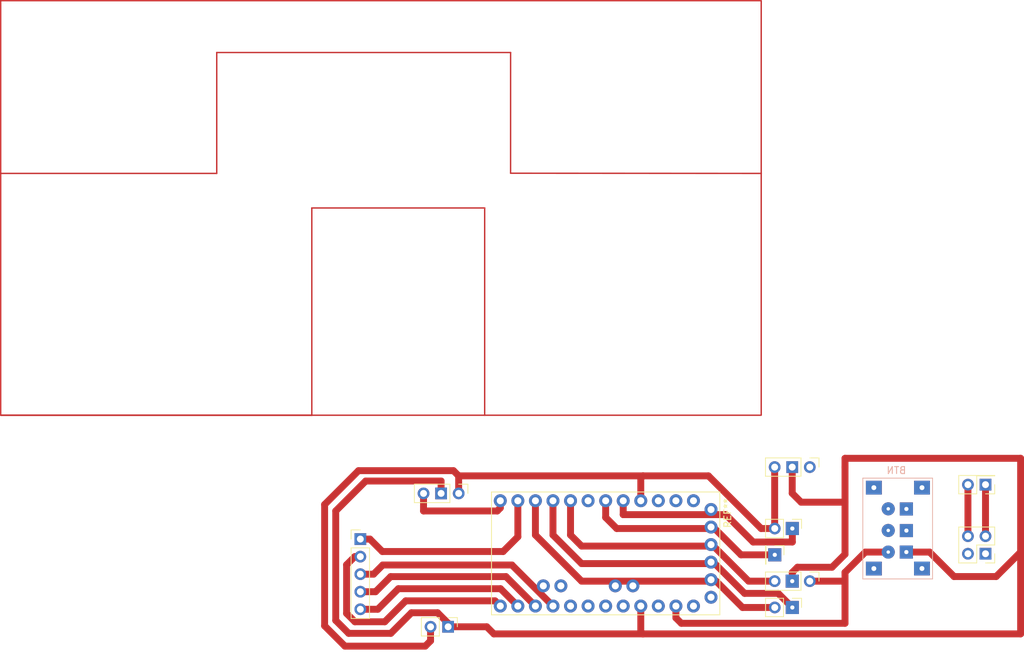
<source format=kicad_pcb>
(kicad_pcb (version 20211014) (generator pcbnew)
  (layers (0 "F.Cu" signal) (31 "B.Cu" signal) (34 "B.Paste" user) (35 "F.Paste" user) (36 "B.SilkS" user "B.Silkscreen") (37 "F.SilkS" user "F.Silkscreen") (38 "B.Mask" user) (39 "F.Mask" user) (44 "Edge.Cuts" user))
  (net 0 "")
  (footprint "Connector_PinHeader_2.54mm:PinHeader_1x05_P2.54mm_Vertical" (layer "F.Cu") (at 64.517076 90.42912)
    (fp_text reference "" (at 0 -2.33) (layer "F.SilkS"))
    (fp_text value "POWERS")
    (fp_line (start -1.33 -1.33) (end 0 -1.33) (layer "F.SilkS") (width 0.12))
    (fp_line (start -1.33 1.27) (end -1.33 11.49) (layer "F.SilkS") (width 0.12))
    (fp_line (start 1.33 1.27) (end 1.33 11.49) (layer "F.SilkS") (width 0.12))
    (fp_line (start -1.33 0) (end -1.33 -1.33) (layer "F.SilkS") (width 0.12))
    (fp_line (start -1.33 11.49) (end 1.33 11.49) (layer "F.SilkS") (width 0.12))
    (fp_line (start -1.33 1.27) (end 1.33 1.27) (layer "F.SilkS") (width 0.12))
    (pad "1" thru_hole rect (at 0 0) (size 1.7 1.7) (drill 1) (layers *.Cu *.Mask))
    (pad "2" thru_hole oval (at 0 2.54) (size 1.7 1.7) (drill 1) (layers *.Cu *.Mask))
    (pad "3" thru_hole oval (at 0 5.08) (size 1.7 1.7) (drill 1) (layers *.Cu *.Mask))
    (pad "4" thru_hole oval (at 0 7.62) (size 1.7 1.7) (drill 1) (layers *.Cu *.Mask))
    (pad "5" thru_hole oval (at 0 10.16) (size 1.7 1.7) (drill 1) (layers *.Cu *.Mask))
  )
  (footprint "Connector_PinHeader_2.54mm:PinHeader_1x02_P2.54mm_Vertical" (layer "F.Cu") (at 127 100.33 -90)
    (fp_text reference "" (at 0 -2.33 -90) (layer "F.SilkS"))
    (fp_text value "Horn")
    (fp_line (start -1.33 1.27) (end 1.33 1.27) (layer "F.SilkS") (width 0.12))
    (fp_line (start -1.33 3.87) (end 1.33 3.87) (layer "F.SilkS") (width 0.12))
    (fp_line (start 1.33 1.27) (end 1.33 3.87) (layer "F.SilkS") (width 0.12))
    (fp_line (start -1.33 1.27) (end -1.33 3.87) (layer "F.SilkS") (width 0.12))
    (fp_line (start -1.33 -1.33) (end 0 -1.33) (layer "F.SilkS") (width 0.12))
    (fp_line (start -1.33 0) (end -1.33 -1.33) (layer "F.SilkS") (width 0.12))
    (pad "1" thru_hole rect (at 0 0 270) (size 1.9 1.9) (drill 0.6) (layers *.Cu *.Mask))
    (pad "2" thru_hole oval (at 0 2.54 270) (size 1.7 1.7) (drill 1) (layers *.Cu *.Mask))
  )
  (footprint "Connector_PinHeader_2.54mm:PinHeader_1x03_P2.54mm_Vertical" (layer "F.Cu") (at 129.525 96.52 -90)
    (fp_text reference "" (at 0 -2.33 -90) (layer "F.SilkS"))
    (fp_text value "Led")
    (fp_line (start -1.33 1.27) (end -1.33 6.41) (layer "F.SilkS") (width 0.12))
    (fp_line (start -1.33 -1.33) (end 0 -1.33) (layer "F.SilkS") (width 0.12))
    (fp_line (start -1.33 1.27) (end 1.33 1.27) (layer "F.SilkS") (width 0.12))
    (fp_line (start -1.33 6.41) (end 1.33 6.41) (layer "F.SilkS") (width 0.12))
    (fp_line (start -1.33 0) (end -1.33 -1.33) (layer "F.SilkS") (width 0.12))
    (fp_line (start 1.33 1.27) (end 1.33 6.41) (layer "F.SilkS") (width 0.12))
    (pad "1" thru_hole oval (at 0 0 270) (size 1.7 1.7) (drill 1) (layers *.Cu *.Mask))
    (pad "2" thru_hole rect (at 0 2.54 270) (size 1.9 1.9) (drill 0.6) (layers *.Cu *.Mask))
    (pad "3" thru_hole oval (at 0 5.08 270) (size 1.7 1.7) (drill 1) (layers *.Cu *.Mask))
  )
  (footprint "Connector_PinHeader_2.54mm:PinHeader_1x01_P2.54mm_Vertical" (layer "F.Cu") (at 124.46 92.71 -90)
    (fp_text reference "" (at 0 -2.33 -90) (layer "F.SilkS"))
    (fp_text value "Accel")
    (fp_line (start -1.33 1.27) (end 1.33 1.27) (layer "F.SilkS") (width 0.12))
    (fp_line (start -1.33 -1.33) (end 0 -1.33) (layer "F.SilkS") (width 0.12))
    (fp_line (start 1.33 1.27) (end 1.33 1.33) (layer "F.SilkS") (width 0.12))
    (fp_line (start -1.33 0) (end -1.33 -1.33) (layer "F.SilkS") (width 0.12))
    (fp_line (start -1.33 1.27) (end -1.33 1.33) (layer "F.SilkS") (width 0.12))
    (fp_line (start -1.33 1.33) (end 1.33 1.33) (layer "F.SilkS") (width 0.12))
    (pad "1" thru_hole rect (at 0 0 270) (size 1.9 1.9) (drill 0.6) (layers *.Cu *.Mask))
  )
  (footprint "Connector_PinHeader_2.54mm:PinHeader_2x02_P2.54mm_Vertical" (layer "F.Cu") (at 154.94 92.55 180)
    (fp_text reference "" (at 1.27 -2.33 180) (layer "F.SilkS"))
    (fp_text value "POWERS")
    (fp_line (start -1.33 3.87) (end 3.87 3.87) (layer "F.SilkS") (width 0.12))
    (fp_line (start 3.87 -1.33) (end 3.87 3.87) (layer "F.SilkS") (width 0.12))
    (fp_line (start 1.27 1.27) (end 1.27 -1.33) (layer "F.SilkS") (width 0.12))
    (fp_line (start -1.33 1.27) (end 1.27 1.27) (layer "F.SilkS") (width 0.12))
    (fp_line (start -1.33 -1.33) (end 0 -1.33) (layer "F.SilkS") (width 0.12))
    (fp_line (start -1.33 1.27) (end -1.33 3.87) (layer "F.SilkS") (width 0.12))
    (fp_line (start 1.27 -1.33) (end 3.87 -1.33) (layer "F.SilkS") (width 0.12))
    (fp_line (start -1.33 0) (end -1.33 -1.33) (layer "F.SilkS") (width 0.12))
    (pad "1" thru_hole rect (at 0 0 180) (size 1.7 1.7) (drill 1) (layers *.Cu *.Mask))
    (pad "2" thru_hole oval (at 2.54 0 180) (size 1.7 1.7) (drill 1) (layers *.Cu *.Mask))
    (pad "3" thru_hole oval (at 0 2.54 180) (size 1.7 1.7) (drill 1) (layers *.Cu *.Mask))
    (pad "4" thru_hole oval (at 2.54 2.54 180) (size 1.7 1.7) (drill 1) (layers *.Cu *.Mask))
  )
  (footprint "Connector_PinHeader_2.54mm:PinHeader_1x03_P2.54mm_Vertical" (layer "F.Cu") (at 78.74 83.82 -90)
    (fp_text reference "" (at 0 -2.33 -90) (layer "F.SilkS"))
    (fp_text value "POWERS")
    (fp_line (start -1.33 1.27) (end 1.33 1.27) (layer "F.SilkS") (width 0.12))
    (fp_line (start -1.33 1.27) (end -1.33 6.41) (layer "F.SilkS") (width 0.12))
    (fp_line (start -1.33 -1.33) (end 0 -1.33) (layer "F.SilkS") (width 0.12))
    (fp_line (start -1.33 6.41) (end 1.33 6.41) (layer "F.SilkS") (width 0.12))
    (fp_line (start -1.33 0) (end -1.33 -1.33) (layer "F.SilkS") (width 0.12))
    (fp_line (start 1.33 1.27) (end 1.33 6.41) (layer "F.SilkS") (width 0.12))
    (pad "1" thru_hole oval (at 0 0 270) (size 1.7 1.7) (drill 1) (layers *.Cu *.Mask))
    (pad "2" thru_hole rect (at 0 2.54 270) (size 1.7 1.7) (drill 1) (layers *.Cu *.Mask))
    (pad "3" thru_hole oval (at 0 5.08 270) (size 1.7 1.7) (drill 1) (layers *.Cu *.Mask))
  )
  (footprint "Connector_PinHeader_2.54mm:PinHeader_1x02_P2.54mm_Vertical" (layer "F.Cu") (at 77.216 103.124 -90)
    (fp_text reference "" (at 0 -2.33 90) (layer "F.SilkS"))
    (fp_text value "POWERS")
    (fp_line (start 1.33 1.27) (end 1.33 3.87) (layer "F.SilkS") (width 0.12))
    (fp_line (start -1.33 1.27) (end 1.33 1.27) (layer "F.SilkS") (width 0.12))
    (fp_line (start -1.33 0) (end -1.33 -1.33) (layer "F.SilkS") (width 0.12))
    (fp_line (start -1.33 -1.33) (end 0 -1.33) (layer "F.SilkS") (width 0.12))
    (fp_line (start -1.33 1.27) (end -1.33 3.87) (layer "F.SilkS") (width 0.12))
    (fp_line (start -1.33 3.87) (end 1.33 3.87) (layer "F.SilkS") (width 0.12))
    (pad "1" thru_hole rect (at 0 0 270) (size 1.7 1.7) (drill 1) (layers *.Cu *.Mask))
    (pad "2" thru_hole oval (at 0 2.54 270) (size 1.7 1.7) (drill 1) (layers *.Cu *.Mask))
  )
  (footprint "Connector_PinHeader_2.54mm:PinHeader_2x01_P2.54mm_Vertical" (layer "F.Cu") (at 154.94 82.55 180)
    (fp_text reference "" (at 1.27 -2.33) (layer "F.SilkS"))
    (fp_text value "POWERS")
    (fp_line (start -1.33 -1.33) (end 0 -1.33) (layer "F.SilkS") (width 0.12))
    (fp_line (start 1.27 -1.33) (end 3.87 -1.33) (layer "F.SilkS") (width 0.12))
    (fp_line (start -1.33 0) (end -1.33 -1.33) (layer "F.SilkS") (width 0.12))
    (fp_line (start -1.33 1.33) (end 3.87 1.33) (layer "F.SilkS") (width 0.12))
    (fp_line (start 3.87 -1.33) (end 3.87 1.33) (layer "F.SilkS") (width 0.12))
    (fp_line (start -1.33 1.27) (end -1.33 1.33) (layer "F.SilkS") (width 0.12))
    (fp_line (start -1.33 1.27) (end 1.27 1.27) (layer "F.SilkS") (width 0.12))
    (fp_line (start 1.27 1.27) (end 1.27 -1.33) (layer "F.SilkS") (width 0.12))
    (pad "1" thru_hole rect (at 0 0 180) (size 1.7 1.7) (drill 1) (layers *.Cu *.Mask))
    (pad "2" thru_hole oval (at 2.54 0 180) (size 1.7 1.7) (drill 1) (layers *.Cu *.Mask))
  )
  (footprint "Connector_PinHeader_2.54mm:PinHeader_1x03_P2.54mm_Vertical" (layer "F.Cu") (at 129.525 80.01 -90)
    (fp_text reference "" (at 0 -2.33 -90) (layer "F.SilkS"))
    (fp_text value "Servo")
    (fp_line (start -1.33 6.41) (end 1.33 6.41) (layer "F.SilkS") (width 0.12))
    (fp_line (start 1.33 1.27) (end 1.33 6.41) (layer "F.SilkS") (width 0.12))
    (fp_line (start -1.33 0) (end -1.33 -1.33) (layer "F.SilkS") (width 0.12))
    (fp_line (start -1.33 1.27) (end -1.33 6.41) (layer "F.SilkS") (width 0.12))
    (fp_line (start -1.33 1.27) (end 1.33 1.27) (layer "F.SilkS") (width 0.12))
    (fp_line (start -1.33 -1.33) (end 0 -1.33) (layer "F.SilkS") (width 0.12))
    (pad "1" thru_hole oval (at 0 0 270) (size 1.7 1.7) (drill 1) (layers *.Cu *.Mask))
    (pad "2" thru_hole rect (at 0 2.54 270) (size 1.7 1.7) (drill 1) (layers *.Cu *.Mask))
    (pad "3" thru_hole oval (at 0 5.08 270) (size 1.7 1.7) (drill 1) (layers *.Cu *.Mask))
  )
  (footprint "Arduino pro mini:MODULE_ARDUINO_PRO_MINI" (layer "F.Cu") (at 100 92.5 -90)
    (fp_text reference "REF**" (at -5.825 -17.635 90) (layer "F.SilkS"))
    (fp_text value "MODULE_ARDUINO_PRO_MINI")
    (fp_line (start -8.89 -16.51) (end -8.89 16.51) (layer "F.SilkS") (width 0.127))
    (fp_line (start 8.89 16.51) (end 8.89 -16.51) (layer "F.SilkS") (width 0.127))
    (fp_line (start 8.89 -16.51) (end -8.89 -16.51) (layer "F.SilkS") (width 0.127))
    (fp_line (start -8.89 16.51) (end 8.89 16.51) (layer "F.SilkS") (width 0.127))
    (pad "2" thru_hole circle (at -7.62 -2.54 270) (size 1.8796 1.8796) (drill 1.016) (layers *.Cu *.Mask))
    (pad "3" thru_hole circle (at -7.62 0 270) (size 1.8796 1.8796) (drill 1.016) (layers *.Cu *.Mask))
    (pad "4" thru_hole circle (at -7.62 2.54 270) (size 1.8796 1.8796) (drill 1.016) (layers *.Cu *.Mask))
    (pad "5" thru_hole circle (at -7.62 5.08 270) (size 1.8796 1.8796) (drill 1.016) (layers *.Cu *.Mask))
    (pad "6" thru_hole circle (at -7.62 7.62 270) (size 1.8796 1.8796) (drill 1.016) (layers *.Cu *.Mask))
    (pad "7" thru_hole circle (at -7.62 10.16 270) (size 1.8796 1.8796) (drill 1.016) (layers *.Cu *.Mask))
    (pad "8" thru_hole circle (at -7.62 12.7 270) (size 1.8796 1.8796) (drill 1.016) (layers *.Cu *.Mask))
    (pad "9" thru_hole circle (at -7.62 15.24 270) (size 1.8796 1.8796) (drill 1.016) (layers *.Cu *.Mask))
    (pad "10" thru_hole circle (at 7.62 15.24 270) (size 1.8796 1.8796) (drill 1.016) (layers *.Cu *.Mask))
    (pad "11" thru_hole circle (at 7.62 12.7 270) (size 1.8796 1.8796) (drill 1.016) (layers *.Cu *.Mask))
    (pad "12" thru_hole circle (at 7.62 10.16 270) (size 1.8796 1.8796) (drill 1.016) (layers *.Cu *.Mask))
    (pad "13" thru_hole circle (at 7.62 7.62 270) (size 1.8796 1.8796) (drill 1.016) (layers *.Cu *.Mask))
    (pad "A0" thru_hole circle (at 7.62 5.08 270) (size 1.8796 1.8796) (drill 1.016) (layers *.Cu *.Mask))
    (pad "A1" thru_hole circle (at 7.62 2.54 270) (size 1.8796 1.8796) (drill 1.016) (layers *.Cu *.Mask))
    (pad "A2" thru_hole circle (at 7.62 0 270) (size 1.8796 1.8796) (drill 1.016) (layers *.Cu *.Mask))
    (pad "A3" thru_hole circle (at 7.62 -2.54 270) (size 1.8796 1.8796) (drill 1.016) (layers *.Cu *.Mask))
    (pad "GND" thru_hole circle (at 7.62 -10.16 270) (size 1.8796 1.8796) (drill 1.016) (layers *.Cu *.Mask))
    (pad "GND" thru_hole circle (at -7.62 -5.08 270) (size 1.8796 1.8796) (drill 1.016) (layers *.Cu *.Mask))
    (pad "JP1_1" thru_hole circle (at 6.35 -15.24 270) (size 1.8796 1.8796) (drill 1.016) (layers *.Cu *.Mask))
    (pad "JP1_2" thru_hole circle (at 3.81 -15.24 270) (size 1.8796 1.8796) (drill 1.016) (layers *.Cu *.Mask))
    (pad "JP1_3" thru_hole circle (at 1.27 -15.24 270) (size 1.8796 1.8796) (drill 1.016) (layers *.Cu *.Mask))
    (pad "JP1_4" thru_hole circle (at -1.27 -15.24 270) (size 1.8796 1.8796) (drill 1.016) (layers *.Cu *.Mask))
    (pad "JP1_5" thru_hole circle (at -3.81 -15.24 270) (size 1.8796 1.8796) (drill 1.016) (layers *.Cu *.Mask))
    (pad "JP1_6" thru_hole circle (at -6.35 -15.24 270) (size 1.8796 1.8796) (drill 1.016) (layers *.Cu *.Mask))
    (pad "JP2_1" thru_hole circle (at 4.699 -1.397 270) (size 1.8796 1.8796) (drill 1.016) (layers *.Cu *.Mask))
    (pad "JP2_2" thru_hole circle (at 4.699 -3.937 270) (size 1.8796 1.8796) (drill 1.016) (layers *.Cu *.Mask))
    (pad "JP3_1" thru_hole circle (at 4.699 9.017 270) (size 1.8796 1.8796) (drill 1.016) (layers *.Cu *.Mask))
    (pad "JP3_2" thru_hole circle (at 4.699 6.477 270) (size 1.8796 1.8796) (drill 1.016) (layers *.Cu *.Mask))
    (pad "JP7_10" thru_hole circle (at -7.62 -7.62 270) (size 1.8796 1.8796) (drill 1.016) (layers *.Cu *.Mask))
    (pad "JP7_11" thru_hole circle (at -7.62 -10.16 270) (size 1.8796 1.8796) (drill 1.016) (layers *.Cu *.Mask))
    (pad "JP7_12" thru_hole circle (at -7.62 -12.7 270) (size 1.8796 1.8796) (drill 1.016) (layers *.Cu *.Mask))
    (pad "RAW" thru_hole circle (at 7.62 -12.7 270) (size 1.8796 1.8796) (drill 1.016) (layers *.Cu *.Mask))
    (pad "RST" thru_hole circle (at 7.62 -7.62 270) (size 1.8796 1.8796) (drill 1.016) (layers *.Cu *.Mask))
    (pad "VCC" thru_hole circle (at 7.62 -5.08 270) (size 1.8796 1.8796) (drill 1.016) (layers *.Cu *.Mask))
  )
  (footprint "Connector_PinHeader_2.54mm:PinHeader_1x02_P2.54mm_Vertical" (layer "F.Cu") (at 127 88.9 -90)
    (fp_text reference "" (at 0 -2.33 -90) (layer "F.SilkS"))
    (fp_text value "Horn")
    (fp_line (start -1.33 3.87) (end 1.33 3.87) (layer "F.SilkS") (width 0.12))
    (fp_line (start -1.33 -1.33) (end 0 -1.33) (layer "F.SilkS") (width 0.12))
    (fp_line (start 1.33 1.27) (end 1.33 3.87) (layer "F.SilkS") (width 0.12))
    (fp_line (start -1.33 1.27) (end -1.33 3.87) (layer "F.SilkS") (width 0.12))
    (fp_line (start -1.33 0) (end -1.33 -1.33) (layer "F.SilkS") (width 0.12))
    (fp_line (start -1.33 1.27) (end 1.33 1.27) (layer "F.SilkS") (width 0.12))
    (pad "1" thru_hole rect (at 0 0 270) (size 1.9 1.9) (drill 0.6) (layers *.Cu *.Mask))
    (pad "2" thru_hole oval (at 0 2.54 270) (size 1.7 1.7) (drill 1) (layers *.Cu *.Mask))
  )
  (footprint "Connector_PinHeader_2.54mm:PushButton_6_pin" (layer "B.Cu") (at 145.793 83.103 180)
    (fp_text reference "BTN" (at 3.74 2.618) (layer "B.SilkS") (effects (justify mirror)))
    (fp_text value "PushButton_6_pin")
    (fp_line (start -1.491194 1.496) (end 8.602 1.496) (layer "B.SilkS") (width 0.12))
    (fp_line (start -1.491194 -13.09) (end 8.602 -13.09) (layer "B.SilkS") (width 0.12))
    (fp_line (start 8.602 1.496) (end 8.602 -13.09) (layer "B.SilkS") (width 0.12))
    (fp_line (start -1.491194 1.496) (end -1.491194 -13.09) (layer "B.SilkS") (width 0.12))
    (pad "" thru_hole rect (at 0.043736 -11.586152 180) (size 2.3 2) (drill 0.7) (layers *.Cu *.Mask))
    (pad "" thru_hole rect (at 0.03893 0.118391 180) (size 2.3 2) (drill 0.7) (layers *.Cu *.Mask))
    (pad "" thru_hole rect (at 7.000509 -11.59419 180) (size 2.3 2) (drill 0.7) (layers *.Cu *.Mask))
    (pad "" thru_hole rect (at 7.000509 0.118391 180) (size 2.3 2) (drill 0.7) (layers *.Cu *.Mask))
    (pad "1" thru_hole rect (at 2.294688 -2.967779 180) (size 1.9 1.9) (drill 0.6) (layers *.Cu *.Mask))
    (pad "2" thru_hole oval (at 4.918896 -2.948554 180) (size 1.9 1.9) (drill 0.5) (layers *.Cu *.Mask))
    (pad "3" thru_hole rect (at 2.29506 -6.097205 180) (size 1.9 1.9) (drill 0.6) (layers *.Cu *.Mask))
    (pad "4" thru_hole oval (at 4.919268 -6.07798 180) (size 1.9 1.9) (drill 0.5) (layers *.Cu *.Mask))
    (pad "5" thru_hole rect (at 2.30164 -9.207406 180) (size 1.9 1.9) (drill 0.6) (layers *.Cu *.Mask))
    (pad "6" thru_hole oval (at 4.91964 -9.207406 180) (size 1.9 1.9) (drill 0.5) (layers *.Cu *.Mask))
  )
  (gr_line (start 12.5 72.5) (end 57.5 72.5) (layer "F.Cu") (width 0.2))
  (gr_rect (start 12.5 12.5) (end 122.5 72.5) (layer "F.Cu") (width 0.2) (fill none))
  (gr_line (start 86.25 20) (end 86.248178 37.47392) (layer "F.Cu") (width 0.2))
  (gr_line (start 12.5 37.5) (end 43.748178 37.5) (layer "F.Cu") (width 0.2))
  (gr_line (start 57.5 42.5) (end 82.5 42.5) (layer "F.Cu") (width 0.2))
  (gr_line (start 57.5 72.5) (end 57.5 42.5) (layer "F.Cu") (width 0.2))
  (gr_line (start 82.5 42.5) (end 82.5 72.5) (layer "F.Cu") (width 0.2))
  (gr_line (start 43.75 20) (end 43.748178 37.5) (layer "F.Cu") (width 0.2))
  (gr_line (start 122.5 37.5) (end 86.248178 37.47392) (layer "F.Cu") (width 0.2))
  (gr_line (start 43.75 20) (end 86.25 20) (layer "F.Cu") (width 0.2))
  (segment (start 152.4 82.55) (end 152.4 90.01) (width 1) (layer "F.Cu") (net 0))
  (segment (start 63.70858 92.96912) (end 64.517076 92.96912) (width 1) (layer "F.Cu") (net 0))
  (segment (start 76.2 82.025108) (end 65.294892 82.025108) (width 1) (layer "F.Cu") (net 0))
  (segment (start 119.794128 100.33) (end 124.46 100.33) (width 1) (layer "F.Cu") (net 0))
  (segment (start 71.909868 101.092) (end 75.692 101.092) (width 1) (layer "F.Cu") (net 0))
  (segment (start 77.216 103.124) (end 82.804 103.124) (width 1) (layer "F.Cu") (net 0))
  (segment (start 160.02 78.74) (end 160.02 92.310406) (width 1) (layer "F.Cu") (net 0))
  (segment (start 64.517076 100.58912) (end 67.041349 100.58912) (width 1) (layer "F.Cu") (net 0))
  (segment (start 89.84 89.84) (end 96.52 96.52) (width 1) (layer "F.Cu") (net 0))
  (segment (start 68.929544 104.072324) (end 71.909868 101.092) (width 1) (layer "F.Cu") (net 0))
  (segment (start 62.830719 104.072324) (end 68.929544 104.072324) (width 1) (layer "F.Cu") (net 0))
  (segment (start 62.287904 105.926808) (end 73.905192 105.926808) (width 1) (layer "F.Cu") (net 0))
  (segment (start 128.27 85.09) (end 134.62 85.09) (width 1) (layer "F.Cu") (net 0))
  (segment (start 67.699697 92.229819) (end 65.898998 90.42912) (width 1) (layer "F.Cu") (net 0))
  (segment (start 92.38 89.84) (end 96.52 93.98) (width 1) (layer "F.Cu") (net 0))
  (segment (start 119.579967 92.71) (end 124.46 92.71) (width 1) (layer "F.Cu") (net 0))
  (segment (start 87.3 90.10016) (end 85.170341 92.229819) (width 1) (layer "F.Cu") (net 0))
  (segment (start 96.52 96.52) (end 115.984128 96.52) (width 1) (layer "F.Cu") (net 0))
  (segment (start 64.517076 98.04912) (end 66.721571 98.04912) (width 1) (layer "F.Cu") (net 0))
  (segment (start 124.445 80.01) (end 124.445 88.885) (width 1) (layer "F.Cu") (net 0))
  (segment (start 100 87.3) (end 101.6 88.9) (width 1) (layer "F.Cu") (net 0))
  (segment (start 101.6 88.9) (end 115.769967 88.9) (width 1) (layer "F.Cu") (net 0))
  (segment (start 78.74 81.28) (end 105.41 81.28) (width 1) (layer "F.Cu") (net 0))
  (segment (start 134.62 99.06) (end 134.62 96.52) (width 1) (layer "F.Cu") (net 0))
  (segment (start 102.54 86.89187) (end 117.37187 86.89187) (width 1) (layer "F.Cu") (net 0))
  (segment (start 105.08 100.12) (end 105.08 103.836232) (width 1) (layer "F.Cu") (net 0))
  (segment (start 154.94 82.55) (end 154.94 90.01) (width 1) (layer "F.Cu") (net 0))
  (segment (start 126.985 83.805) (end 128.27 85.09) (width 1) (layer "F.Cu") (net 0))
  (segment (start 89.84 84.88) (end 89.84 89.84) (width 1) (layer "F.Cu") (net 0))
  (segment (start 121.333729 90.853729) (end 127 90.853729) (width 1) (layer "F.Cu") (net 0))
  (segment (start 63.736572 102.399177) (end 62.530266 101.192871) (width 1) (layer "F.Cu") (net 0))
  (segment (start 66.721571 98.04912) (end 68.909307 95.861384) (width 1) (layer "F.Cu") (net 0))
  (segment (start 134.62 80.01) (end 134.62 78.74) (width 1) (layer "F.Cu") (net 0))
  (segment (start 110.16 100.12) (end 110.16 101.835733) (width 1) (layer "F.Cu") (net 0))
  (segment (start 156.478198 95.852208) (end 150.392851 95.852208) (width 1) (layer "F.Cu") (net 0))
  (segment (start 64.251093 80.528907) (end 59.351684 85.428316) (width 1) (layer "F.Cu") (net 0))
  (segment (start 134.62 96.52) (end 134.62 95.25) (width 1) (layer "F.Cu") (net 0))
  (segment (start 124.445 88.885) (end 124.46 88.9) (width 1) (layer "F.Cu") (net 0))
  (segment (start 73.905192 105.926808) (end 74.676 105.156) (width 1) (layer "F.Cu") (net 0))
  (segment (start 105.08 81.61) (end 105.41 81.28) (width 1) (layer "F.Cu") (net 0))
  (segment (start 78.74 83.82) (end 78.74 81.28) (width 1) (layer "F.Cu") (net 0))
  (segment (start 132.737205 94.506961) (end 134.62 92.624166) (width 1) (layer "F.Cu") (net 0))
  (segment (start 126.985 80.01) (end 126.985 83.805) (width 1) (layer "F.Cu") (net 0))
  (segment (start 76.2 83.82) (end 76.2 82.025108) (width 1) (layer "F.Cu") (net 0))
  (segment (start 115.791293 93.98) (end 120.099182 98.287889) (width 1) (layer "F.Cu") (net 0))
  (segment (start 77.216 102.616) (end 77.216 103.124) (width 1) (layer "F.Cu") (net 0))
  (segment (start 64.517076 95.50912) (end 66.430572 95.50912) (width 1) (layer "F.Cu") (net 0))
  (segment (start 146.851049 92.310406) (end 143.49136 92.310406) (width 1) (layer "F.Cu") (net 0))
  (segment (start 110.944446 102.620179) (end 134.62 102.620179) (width 1) (layer "F.Cu") (net 0))
  (segment (start 117.37187 86.89187) (end 121.333729 90.853729) (width 1) (layer "F.Cu") (net 0))
  (segment (start 92.38 84.88) (end 92.38 89.84) (width 1) (layer "F.Cu") (net 0))
  (segment (start 127 90.853729) (end 127 88.9) (width 1) (layer "F.Cu") (net 0))
  (segment (start 75.692 101.092) (end 77.216 102.616) (width 1) (layer "F.Cu") (net 0))
  (segment (start 115.598457 91.44) (end 120.678457 96.52) (width 1) (layer "F.Cu") (net 0))
  (segment (start 68.052245 102.399177) (end 63.736572 102.399177) (width 1) (layer "F.Cu") (net 0))
  (segment (start 85.581384 95.861384) (end 89.84 100.12) (width 1) (layer "F.Cu") (net 0))
  (segment (start 126.985 95.265) (end 127.743039 94.506961) (width 1) (layer "F.Cu") (net 0))
  (segment (start 71.082502 99.36892) (end 68.052245 102.399177) (width 1) (layer "F.Cu") (net 0))
  (segment (start 74.676 103.124) (end 74.676 105.156) (width 1) (layer "F.Cu") (net 0))
  (segment (start 120.099182 98.287889) (end 124.957889 98.287889) (width 1) (layer "F.Cu") (net 0))
  (segment (start 67.759511 94.180181) (end 86.440181 94.180181) (width 1) (layer "F.Cu") (net 0))
  (segment (start 100 84.88) (end 100 87.3) (width 1) (layer "F.Cu") (net 0))
  (segment (start 86.440181 94.180181) (end 92.38 100.12) (width 1) (layer "F.Cu") (net 0))
  (segment (start 150.392851 95.852208) (end 146.851049 92.310406) (width 1) (layer "F.Cu") (net 0))
  (segment (start 78.74 81.28) (end 77.988907 80.528907) (width 1) (layer "F.Cu") (net 0))
  (segment (start 66.430572 95.50912) (end 67.759511 94.180181) (width 1) (layer "F.Cu") (net 0))
  (segment (start 77.988907 80.528907) (end 64.251093 80.528907) (width 1) (layer "F.Cu") (net 0))
  (segment (start 124.957889 98.287889) (end 127 100.33) (width 1) (layer "F.Cu") (net 0))
  (segment (start 96.52 93.98) (end 115.791293 93.98) (width 1) (layer "F.Cu") (net 0))
  (segment (start 70.018554 97.611915) (end 84.791915 97.611915) (width 1) (layer "F.Cu") (net 0))
  (segment (start 102.54 84.88) (end 102.54 86.89187) (width 1) (layer "F.Cu") (net 0))
  (segment (start 134.62 85.09) (end 134.62 80.01) (width 1) (layer "F.Cu") (net 0))
  (segment (start 120.678457 96.52) (end 124.445 96.52) (width 1) (layer "F.Cu") (net 0))
  (segment (start 84.328129 86.36) (end 84.76 85.928129) (width 1) (layer "F.Cu") (net 0))
  (segment (start 114.86816 81.28) (end 122.48816 88.9) (width 1) (layer "F.Cu") (net 0))
  (segment (start 68.909307 95.861384) (end 85.581384 95.861384) (width 1) (layer "F.Cu") (net 0))
  (segment (start 122.48816 88.9) (end 124.46 88.9) (width 1) (layer "F.Cu") (net 0))
  (segment (start 87.3 84.88) (end 87.3 90.10016) (width 1) (layer "F.Cu") (net 0))
  (segment (start 84.76 100.12) (end 84.00892 99.36892) (width 1) (layer "F.Cu") (net 0))
  (segment (start 94.92 84.88) (end 94.92 89.84) (width 1) (layer "F.Cu") (net 0))
  (segment (start 65.294892 82.025108) (end 60.96 86.36) (width 1) (layer "F.Cu") (net 0))
  (segment (start 137.559594 92.310406) (end 140.87336 92.310406) (width 1) (layer "F.Cu") (net 0))
  (segment (start 84.00892 99.36892) (end 71.082502 99.36892) (width 1) (layer "F.Cu") (net 0))
  (segment (start 134.62 102.620179) (end 134.62 96.52) (width 1) (layer "F.Cu") (net 0))
  (segment (start 110.16 101.835733) (end 110.944446 102.620179) (width 1) (layer "F.Cu") (net 0))
  (segment (start 84.76 85.928129) (end 84.76 84.88) (width 1) (layer "F.Cu") (net 0))
  (segment (start 129.525 96.52) (end 134.62 96.52) (width 1) (layer "F.Cu") (net 0))
  (segment (start 65.898998 90.42912) (end 64.517076 90.42912) (width 1) (layer "F.Cu") (net 0))
  (segment (start 59.351684 102.990588) (end 62.287904 105.926808) (width 1) (layer "F.Cu") (net 0))
  (segment (start 105.41 81.28) (end 114.86816 81.28) (width 1) (layer "F.Cu") (net 0))
  (segment (start 73.66 86.36) (end 84.328129 86.36) (width 1) (layer "F.Cu") (net 0))
  (segment (start 127.743039 94.506961) (end 132.737205 94.506961) (width 1) (layer "F.Cu") (net 0))
  (segment (start 160.02 104.153116) (end 160.02 92.310406) (width 1) (layer "F.Cu") (net 0))
  (segment (start 73.66 83.82) (end 73.66 86.36) (width 1) (layer "F.Cu") (net 0))
  (segment (start 105.396884 104.153116) (end 160.02 104.153116) (width 1) (layer "F.Cu") (net 0))
  (segment (start 62.530266 101.192871) (end 62.530266 94.147434) (width 1) (layer "F.Cu") (net 0))
  (segment (start 134.62 92.624166) (end 134.62 85.09) (width 1) (layer "F.Cu") (net 0))
  (segment (start 84.791915 97.611915) (end 87.3 100.12) (width 1) (layer "F.Cu") (net 0))
  (segment (start 126.985 96.52) (end 126.985 95.265) (width 1) (layer "F.Cu") (net 0))
  (segment (start 160.02 92.310406) (end 156.478198 95.852208) (width 1) (layer "F.Cu") (net 0))
  (segment (start 62.530266 94.147434) (end 63.70858 92.96912) (width 1) (layer "F.Cu") (net 0))
  (segment (start 115.769967 88.9) (end 119.579967 92.71) (width 1) (layer "F.Cu") (net 0))
  (segment (start 83.833116 104.153116) (end 105.396884 104.153116) (width 1) (layer "F.Cu") (net 0))
  (segment (start 115.984128 96.52) (end 119.794128 100.33) (width 1) (layer "F.Cu") (net 0))
  (segment (start 134.62 78.74) (end 160.02 78.74) (width 1) (layer "F.Cu") (net 0))
  (segment (start 82.804 103.124) (end 83.833116 104.153116) (width 1) (layer "F.Cu") (net 0))
  (segment (start 59.351684 85.428316) (end 59.351684 102.990588) (width 1) (layer "F.Cu") (net 0))
  (segment (start 105.08 103.836232) (end 105.396884 104.153116) (width 1) (layer "F.Cu") (net 0))
  (segment (start 85.170341 92.229819) (end 67.699697 92.229819) (width 1) (layer "F.Cu") (net 0))
  (segment (start 96.52 91.44) (end 115.598457 91.44) (width 1) (layer "F.Cu") (net 0))
  (segment (start 105.08 84.88) (end 105.08 81.61) (width 1) (layer "F.Cu") (net 0))
  (segment (start 60.96 86.36) (end 60.96 102.201605) (width 1) (layer "F.Cu") (net 0))
  (segment (start 94.92 89.84) (end 96.52 91.44) (width 1) (layer "F.Cu") (net 0))
  (segment (start 67.041349 100.58912) (end 70.018554 97.611915) (width 1) (layer "F.Cu") (net 0))
  (segment (start 134.62 95.25) (end 137.559594 92.310406) (width 1) (layer "F.Cu") (net 0))
  (segment (start 60.96 102.201605) (end 62.830719 104.072324) (width 1) (layer "F.Cu") (net 0))
)
</source>
